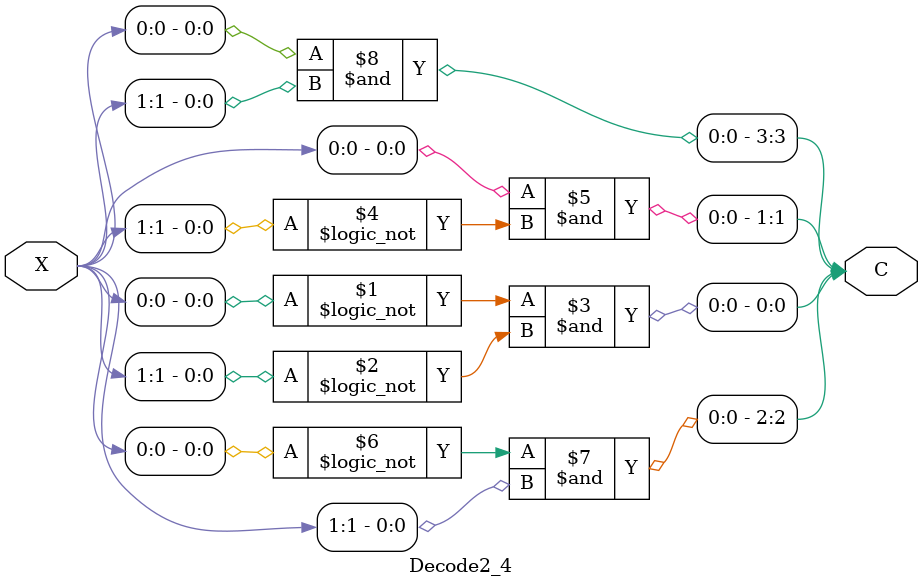
<source format=v>
module Decode2_4 (C,X);
//input ports declarations
input [1:0] X;
//output ports declarations
output [3:0] C;
//code start here 
and (C[0],!X[0],!X[1]);
and (C[1],X[0],!X[1]);
and (C[2],!X[0],X[1]);
and (C[3],X[0],X[1]);
endmodule
</source>
